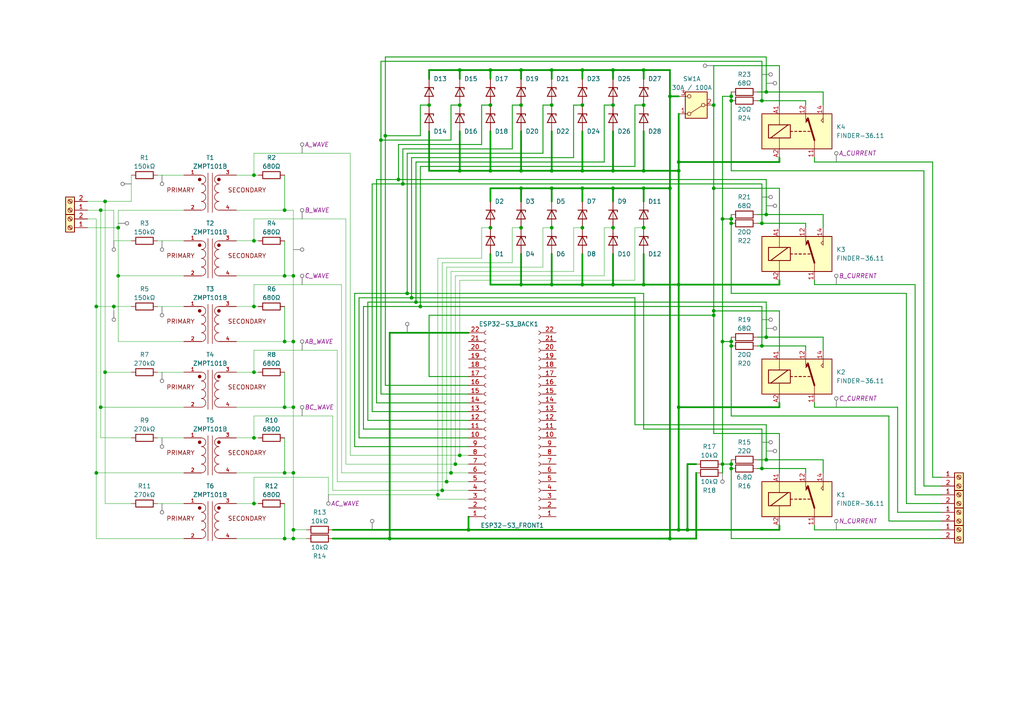
<source format=kicad_sch>
(kicad_sch (version 20230121) (generator eeschema)
  (paper "A4")
  (junction (at 207.01 54.61))
  (junction (at 212.09 135.89))
  (junction (at 212.09 100.33))
  (junction (at 130.81 137.16))
  (junction (at 222.25 62.23))
  (junction (at 133.35 30.48))
  (junction (at 209.55 99.06))
  (junction (at 177.8 30.48))
  (junction (at 132.08 134.62))
  (junction (at 142.24 30.48))
  (junction (at 34.29 66.04))
  (junction (at 142.24 66.04))
  (junction (at 222.25 133.35))
  (junction (at 29.21 118.11))
  (junction (at 209.55 63.5))
  (junction (at 73.66 107.95))
  (junction (at 168.91 30.48))
  (junction (at 177.8 49.53))
  (junction (at 82.55 99.06))
  (junction (at 168.91 66.04))
  (junction (at 128.27 142.24))
  (junction (at 186.69 82.55))
  (junction (at 133.35 49.53))
  (junction (at 82.55 118.11))
  (junction (at 160.02 20.32))
  (junction (at 186.69 30.48))
  (junction (at 151.13 30.48))
  (junction (at 199.39 153.67))
  (junction (at 186.69 20.32))
  (junction (at 186.69 66.04))
  (junction (at 151.13 54.61))
  (junction (at 177.8 82.55))
  (junction (at 212.09 64.77))
  (junction (at 212.09 99.06))
  (junction (at 116.84 53.34))
  (junction (at 85.09 118.11))
  (junction (at 177.8 20.32))
  (junction (at 133.35 20.32))
  (junction (at 207.01 91.44))
  (junction (at 194.31 156.21))
  (junction (at 220.98 29.21))
  (junction (at 85.09 137.16))
  (junction (at 212.09 27.94))
  (junction (at 110.49 40.64))
  (junction (at 85.09 80.01))
  (junction (at 168.91 54.61))
  (junction (at 212.09 134.62))
  (junction (at 151.13 20.32))
  (junction (at 151.13 49.53))
  (junction (at 196.85 49.53))
  (junction (at 27.94 88.9))
  (junction (at 85.09 156.21))
  (junction (at 33.02 88.9))
  (junction (at 29.21 60.96))
  (junction (at 151.13 66.04))
  (junction (at 85.09 99.06))
  (junction (at 196.85 46.99))
  (junction (at 82.55 80.01))
  (junction (at 212.09 63.5))
  (junction (at 135.89 153.67))
  (junction (at 222.25 26.67))
  (junction (at 220.98 64.77))
  (junction (at 177.8 66.04))
  (junction (at 124.46 30.48))
  (junction (at 220.98 100.33))
  (junction (at 160.02 30.48))
  (junction (at 207.01 90.17))
  (junction (at 160.02 54.61))
  (junction (at 194.31 27.94))
  (junction (at 222.25 97.79))
  (junction (at 73.66 88.9))
  (junction (at 73.66 146.05))
  (junction (at 73.66 50.8))
  (junction (at 73.66 127))
  (junction (at 168.91 82.55))
  (junction (at 82.55 137.16))
  (junction (at 121.92 88.9))
  (junction (at 186.69 49.53))
  (junction (at 111.76 39.37))
  (junction (at 142.24 20.32))
  (junction (at 160.02 66.04))
  (junction (at 120.65 87.63))
  (junction (at 27.94 137.16))
  (junction (at 113.03 156.21))
  (junction (at 119.38 86.36))
  (junction (at 212.09 29.21))
  (junction (at 118.11 85.09))
  (junction (at 186.69 54.61))
  (junction (at 34.29 80.01))
  (junction (at 177.8 54.61))
  (junction (at 196.85 82.55))
  (junction (at 168.91 20.32))
  (junction (at 129.54 139.7))
  (junction (at 30.48 58.42))
  (junction (at 30.48 107.95))
  (junction (at 115.57 52.07))
  (junction (at 85.09 153.67))
  (junction (at 82.55 60.96))
  (junction (at 160.02 82.55))
  (junction (at 82.55 156.21))
  (junction (at 160.02 49.53))
  (junction (at 127 143.51))
  (junction (at 196.85 153.67))
  (junction (at 209.55 134.62))
  (junction (at 196.85 118.11))
  (junction (at 133.35 132.08))
  (junction (at 151.13 82.55))
  (junction (at 168.91 49.53))
  (junction (at 220.98 135.89))
  (junction (at 207.01 30.48))
  (junction (at 194.31 54.61))
  (junction (at 73.66 69.85))
  (junction (at 142.24 49.53))
  (wire (pts (xy 68.58 146.05) (xy 73.66 146.05)) (stroke (width 0.1)))
  (wire (pts (xy 207.01 19.05) (xy 226.06 19.05)) (stroke (width 0.25)))
  (wire (pts (xy 186.69 85.09) (xy 118.11 85.09)) (stroke (width 0.25)))
  (wire (pts (xy 120.65 46.99) (xy 175.26 46.99)) (stroke (width 0.25)))
  (wire (pts (xy 238.76 97.79) (xy 222.25 97.79)) (stroke (width 0.25)))
  (wire (pts (xy 82.55 146.05) (xy 82.55 156.21)))
  (wire (pts (xy 212.09 85.09) (xy 262.89 85.09)) (stroke (width 0.25)))
  (wire (pts (xy 119.38 86.36) (xy 104.14 86.36)) (stroke (width 0.25)))
  (wire (pts (xy 68.58 156.21) (xy 82.55 156.21)) (stroke (width 0.1)))
  (wire (pts (xy 184.15 81.28) (xy 184.15 66.04)) (stroke (width 0.1)))
  (wire (pts (xy 212.09 134.62) (xy 212.09 135.89)) (stroke (width 0.25)))
  (wire (pts (xy 267.97 49.53) (xy 267.97 140.97)) (stroke (width 0.25)))
  (wire (pts (xy 34.29 99.06) (xy 53.34 99.06)) (stroke (width 0.1)))
  (wire (pts (xy 148.59 66.04) (xy 151.13 66.04)) (stroke (width 0.1)))
  (wire (pts (xy 220.98 135.89) (xy 219.71 135.89)) (stroke (width 0.25)))
  (wire (pts (xy 186.69 20.32) (xy 177.8 20.32)) (stroke (width 0.5)))
  (wire (pts (xy 73.66 63.5) (xy 100.33 63.5)) (stroke (width 0.1)))
  (wire (pts (xy 107.95 53.34) (xy 107.95 119.38)) (stroke (width 0.25)))
  (wire (pts (xy 29.21 60.96) (xy 29.21 118.11)) (stroke (width 0.1)))
  (wire (pts (xy 222.25 97.79) (xy 219.71 97.79)) (stroke (width 0.25)))
  (wire (pts (xy 139.7 66.04) (xy 142.24 66.04)) (stroke (width 0.1)))
  (wire (pts (xy 139.7 30.48) (xy 142.24 30.48)) (stroke (width 0.25)))
  (wire (pts (xy 85.09 118.11) (xy 82.55 118.11)) (stroke (width 0.1)))
  (wire (pts (xy 142.24 49.53) (xy 133.35 49.53)) (stroke (width 0.5)))
  (wire (pts (xy 168.91 54.61) (xy 168.91 58.42)) (stroke (width 0.5)))
  (wire (pts (xy 220.98 29.21) (xy 220.98 17.78)) (stroke (width 0.25)))
  (wire (pts (xy 209.55 134.62) (xy 209.55 137.16)))
  (wire (pts (xy 100.33 134.62) (xy 100.33 63.5)) (stroke (width 0.1)))
  (wire (pts (xy 34.29 60.96) (xy 34.29 66.04)) (stroke (width 0.1)))
  (wire (pts (xy 222.25 133.35) (xy 219.71 133.35)) (stroke (width 0.25)))
  (wire (pts (xy 128.27 142.24) (xy 96.52 142.24)) (stroke (width 0.1)))
  (wire (pts (xy 168.91 20.32) (xy 160.02 20.32)) (stroke (width 0.5)))
  (wire (pts (xy 151.13 38.1) (xy 151.13 49.53)) (stroke (width 0.5)))
  (wire (pts (xy 207.01 54.61) (xy 226.06 54.61)) (stroke (width 0.25)))
  (wire (pts (xy 68.58 127) (xy 73.66 127)) (stroke (width 0.1)))
  (wire (pts (xy 157.48 30.48) (xy 160.02 30.48)) (stroke (width 0.25)))
  (wire (pts (xy 177.8 82.55) (xy 177.8 73.66)) (stroke (width 0.5)))
  (wire (pts (xy 186.69 82.55) (xy 186.69 73.66)) (stroke (width 0.5)))
  (wire (pts (xy 207.01 30.48) (xy 207.01 54.61)) (stroke (width 0.25)))
  (wire (pts (xy 199.39 134.62) (xy 201.93 134.62)) (stroke (width 0.5)))
  (wire (pts (xy 127 144.78) (xy 135.89 144.78)) (stroke (width 0.1)))
  (wire (pts (xy 128.27 142.24) (xy 128.27 76.2)) (stroke (width 0.1)))
  (wire (pts (xy 260.35 148.59) (xy 273.05 148.59)) (stroke (width 0.25)))
  (wire (pts (xy 148.59 43.18) (xy 148.59 30.48)) (stroke (width 0.25)))
  (wire (pts (xy 142.24 20.32) (xy 142.24 22.86)) (stroke (width 0.5)))
  (wire (pts (xy 207.01 54.61) (xy 207.01 90.17)) (stroke (width 0.25)))
  (wire (pts (xy 127 74.93) (xy 139.7 74.93)) (stroke (width 0.1)))
  (wire (pts (xy 68.58 107.95) (xy 73.66 107.95)) (stroke (width 0.1)))
  (wire (pts (xy 135.89 137.16) (xy 130.81 137.16)) (stroke (width 0.1)))
  (wire (pts (xy 194.31 27.94) (xy 194.31 20.32)) (stroke (width 0.5)))
  (wire (pts (xy 33.02 69.85) (xy 38.1 69.85)) (stroke (width 0.1)))
  (wire (pts (xy 233.68 66.04) (xy 233.68 64.77)) (stroke (width 0.25)))
  (wire (pts (xy 132.08 80.01) (xy 175.26 80.01)) (stroke (width 0.1)))
  (wire (pts (xy 222.25 26.67) (xy 219.71 26.67)) (stroke (width 0.25)))
  (wire (pts (xy 119.38 86.36) (xy 119.38 45.72)) (stroke (width 0.25)))
  (wire (pts (xy 121.92 39.37) (xy 121.92 30.48)) (stroke (width 0.25)))
  (wire (pts (xy 95.25 138.43) (xy 95.25 143.51)) (stroke (width 0.1)))
  (wire (pts (xy 113.03 156.21) (xy 194.31 156.21)) (stroke (width 0.5)))
  (wire (pts (xy 96.52 153.67) (xy 135.89 153.67)) (stroke (width 0.5)))
  (wire (pts (xy 27.94 88.9) (xy 27.94 137.16)) (stroke (width 0.1)))
  (wire (pts (xy 82.55 137.16) (xy 68.58 137.16)) (stroke (width 0.1)))
  (wire (pts (xy 121.92 88.9) (xy 105.41 88.9)) (stroke (width 0.25)))
  (wire (pts (xy 102.87 129.54) (xy 135.89 129.54)) (stroke (width 0.25)))
  (wire (pts (xy 168.91 49.53) (xy 168.91 38.1)) (stroke (width 0.5)))
  (wire (pts (xy 196.85 82.55) (xy 226.06 82.55)) (stroke (width 0.5)))
  (wire (pts (xy 85.09 60.96) (xy 85.09 80.01)) (stroke (width 0.1)))
  (wire (pts (xy 118.11 85.09) (xy 118.11 44.45)) (stroke (width 0.25)))
  (wire (pts (xy 186.69 124.46) (xy 186.69 85.09)) (stroke (width 0.25)))
  (wire (pts (xy 73.66 138.43) (xy 73.66 146.05)) (stroke (width 0.1)))
  (wire (pts (xy 45.72 88.9) (xy 53.34 88.9)) (stroke (width 0.1)))
  (wire (pts (xy 120.65 87.63) (xy 106.68 87.63)) (stroke (width 0.25)))
  (wire (pts (xy 151.13 20.32) (xy 151.13 22.86)) (stroke (width 0.5)))
  (wire (pts (xy 111.76 111.76) (xy 135.89 111.76)) (stroke (width 0.25)))
  (wire (pts (xy 85.09 118.11) (xy 85.09 137.16)) (stroke (width 0.1)))
  (wire (pts (xy 121.92 88.9) (xy 121.92 48.26)) (stroke (width 0.25)))
  (wire (pts (xy 220.98 100.33) (xy 219.71 100.33)) (stroke (width 0.25)))
  (wire (pts (xy 30.48 58.42) (xy 38.1 58.42)) (stroke (width 0.1)))
  (wire (pts (xy 265.43 143.51) (xy 273.05 143.51)) (stroke (width 0.25)))
  (wire (pts (xy 45.72 107.95) (xy 53.34 107.95)) (stroke (width 0.1)))
  (wire (pts (xy 118.11 85.09) (xy 102.87 85.09)) (stroke (width 0.25)))
  (wire (pts (xy 82.55 80.01) (xy 68.58 80.01)) (stroke (width 0.1)))
  (wire (pts (xy 110.49 114.3) (xy 135.89 114.3)) (stroke (width 0.25)))
  (wire (pts (xy 207.01 90.17) (xy 207.01 91.44)) (stroke (width 0.25)))
  (wire (pts (xy 222.25 123.19) (xy 184.15 123.19)) (stroke (width 0.25)))
  (wire (pts (xy 88.9 153.67) (xy 85.09 153.67)) (stroke (width 0.1)))
  (wire (pts (xy 236.22 118.11) (xy 260.35 118.11)) (stroke (width 0.25)))
  (wire (pts (xy 212.09 62.23) (xy 212.09 63.5)) (stroke (width 0.25)))
  (wire (pts (xy 133.35 81.28) (xy 184.15 81.28)) (stroke (width 0.1)))
  (wire (pts (xy 209.55 137.16) (xy 209.55 134.62)) (stroke (width 0.25)))
  (wire (pts (xy 34.29 80.01) (xy 53.34 80.01)) (stroke (width 0.1)))
  (wire (pts (xy 151.13 49.53) (xy 142.24 49.53)) (stroke (width 0.5)))
  (wire (pts (xy 160.02 49.53) (xy 151.13 49.53)) (stroke (width 0.5)))
  (wire (pts (xy 184.15 123.19) (xy 184.15 86.36)) (stroke (width 0.25)))
  (wire (pts (xy 88.9 156.21) (xy 85.09 156.21)) (stroke (width 0.1)))
  (wire (pts (xy 212.09 100.33) (xy 212.09 99.06)))
  (wire (pts (xy 186.69 49.53) (xy 186.69 38.1)) (stroke (width 0.5)))
  (wire (pts (xy 186.69 54.61) (xy 186.69 58.42)) (stroke (width 0.5)))
  (wire (pts (xy 212.09 64.77) (xy 212.09 85.09)) (stroke (width 0.25)))
  (wire (pts (xy 116.84 53.34) (xy 116.84 43.18)) (stroke (width 0.25)))
  (wire (pts (xy 124.46 20.32) (xy 124.46 22.86)) (stroke (width 0.5)))
  (wire (pts (xy 82.55 60.96) (xy 68.58 60.96)) (stroke (width 0.1)))
  (wire (pts (xy 220.98 124.46) (xy 186.69 124.46)) (stroke (width 0.25)))
  (wire (pts (xy 128.27 76.2) (xy 148.59 76.2)) (stroke (width 0.1)))
  (wire (pts (xy 196.85 49.53) (xy 196.85 82.55)) (stroke (width 0.5)))
  (wire (pts (xy 73.66 44.45) (xy 101.6 44.45)) (stroke (width 0.1)))
  (wire (pts (xy 177.8 54.61) (xy 177.8 58.42)) (stroke (width 0.5)))
  (wire (pts (xy 265.43 82.55) (xy 265.43 143.51)) (stroke (width 0.25)))
  (wire (pts (xy 220.98 17.78) (xy 110.49 17.78)) (stroke (width 0.25)))
  (wire (pts (xy 30.48 107.95) (xy 30.48 146.05)) (stroke (width 0.1)))
  (wire (pts (xy 85.09 99.06) (xy 85.09 118.11)) (stroke (width 0.1)))
  (wire (pts (xy 73.66 63.5) (xy 73.66 69.85)) (stroke (width 0.1)))
  (wire (pts (xy 186.69 49.53) (xy 196.85 49.53)) (stroke (width 0.5)))
  (wire (pts (xy 132.08 134.62) (xy 100.33 134.62)) (stroke (width 0.1)))
  (wire (pts (xy 139.7 74.93) (xy 139.7 66.04)) (stroke (width 0.1)))
  (wire (pts (xy 142.24 38.1) (xy 142.24 49.53)) (stroke (width 0.5)))
  (wire (pts (xy 34.29 60.96) (xy 53.34 60.96)) (stroke (width 0.1)))
  (wire (pts (xy 130.81 40.64) (xy 130.81 30.48)) (stroke (width 0.25)))
  (wire (pts (xy 133.35 132.08) (xy 135.89 132.08)) (stroke (width 0.1)))
  (wire (pts (xy 73.66 101.6) (xy 97.79 101.6)) (stroke (width 0.1)))
  (wire (pts (xy 45.72 146.05) (xy 53.34 146.05)) (stroke (width 0.1)))
  (wire (pts (xy 106.68 121.92) (xy 135.89 121.92)) (stroke (width 0.25)))
  (wire (pts (xy 236.22 81.28) (xy 236.22 82.55)) (stroke (width 0.25)))
  (wire (pts (xy 160.02 54.61) (xy 160.02 58.42)) (stroke (width 0.5)))
  (wire (pts (xy 220.98 29.21) (xy 219.71 29.21)) (stroke (width 0.25)))
  (wire (pts (xy 168.91 54.61) (xy 177.8 54.61)) (stroke (width 0.5)))
  (wire (pts (xy 212.09 29.21) (xy 212.09 49.53)) (stroke (width 0.25)))
  (wire (pts (xy 129.54 77.47) (xy 157.48 77.47)) (stroke (width 0.1)))
  (wire (pts (xy 209.55 134.62) (xy 209.55 99.06)) (stroke (width 0.25)))
  (wire (pts (xy 262.89 85.09) (xy 262.89 146.05)) (stroke (width 0.25)))
  (wire (pts (xy 212.09 100.33) (xy 212.09 99.06)) (stroke (width 0.25)))
  (wire (pts (xy 73.66 44.45) (xy 73.66 50.8)) (stroke (width 0.1)))
  (wire (pts (xy 73.66 82.55) (xy 99.06 82.55)) (stroke (width 0.1)))
  (wire (pts (xy 33.02 90.17) (xy 33.02 88.9)) (stroke (width 0.1)))
  (wire (pts (xy 73.66 101.6) (xy 73.66 107.95)) (stroke (width 0.1)))
  (wire (pts (xy 166.37 78.74) (xy 166.37 66.04)) (stroke (width 0.1)))
  (wire (pts (xy 196.85 46.99) (xy 196.85 49.53)) (stroke (width 0.5)))
  (wire (pts (xy 212.09 100.33) (xy 212.09 120.65)) (stroke (width 0.25)))
  (wire (pts (xy 177.8 49.53) (xy 168.91 49.53)) (stroke (width 0.5)))
  (wire (pts (xy 82.55 88.9) (xy 82.55 99.06)))
  (wire (pts (xy 130.81 137.16) (xy 99.06 137.16)) (stroke (width 0.1)))
  (wire (pts (xy 238.76 133.35) (xy 222.25 133.35)) (stroke (width 0.25)))
  (wire (pts (xy 166.37 30.48) (xy 168.91 30.48)) (stroke (width 0.25)))
  (wire (pts (xy 209.55 99.06) (xy 212.09 99.06)) (stroke (width 0.25)))
  (wire (pts (xy 151.13 54.61) (xy 160.02 54.61)) (stroke (width 0.5)))
  (wire (pts (xy 209.55 134.62) (xy 212.09 134.62)) (stroke (width 0.25)))
  (wire (pts (xy 129.54 139.7) (xy 129.54 77.47)) (stroke (width 0.1)))
  (wire (pts (xy 130.81 78.74) (xy 166.37 78.74)) (stroke (width 0.1)))
  (wire (pts (xy 238.76 66.04) (xy 238.76 62.23)) (stroke (width 0.25)))
  (wire (pts (xy 212.09 49.53) (xy 267.97 49.53)) (stroke (width 0.25)))
  (wire (pts (xy 194.31 27.94) (xy 194.31 54.61)) (stroke (width 0.5)))
  (wire (pts (xy 236.22 45.72) (xy 236.22 46.99)) (stroke (width 0.25)))
  (wire (pts (xy 30.48 58.42) (xy 30.48 107.95)) (stroke (width 0.1)))
  (wire (pts (xy 105.41 124.46) (xy 135.89 124.46)) (stroke (width 0.25)))
  (wire (pts (xy 73.66 120.65) (xy 96.52 120.65)) (stroke (width 0.1)))
  (wire (pts (xy 196.85 153.67) (xy 196.85 118.11)) (stroke (width 0.5)))
  (wire (pts (xy 120.65 87.63) (xy 120.65 46.99)) (stroke (width 0.25)))
  (wire (pts (xy 226.06 19.05) (xy 226.06 30.48)) (stroke (width 0.25)))
  (wire (pts (xy 270.51 46.99) (xy 270.51 138.43)) (stroke (width 0.25)))
  (wire (pts (xy 132.08 134.62) (xy 132.08 80.01)) (stroke (width 0.1)))
  (wire (pts (xy 142.24 82.55) (xy 151.13 82.55)) (stroke (width 0.5)))
  (wire (pts (xy 236.22 153.67) (xy 273.05 153.67)) (stroke (width 0.25)))
  (wire (pts (xy 133.35 20.32) (xy 124.46 20.32)) (stroke (width 0.5)))
  (wire (pts (xy 85.09 80.01) (xy 82.55 80.01)) (stroke (width 0.1)))
  (wire (pts (xy 212.09 64.77) (xy 212.09 63.5)))
  (wire (pts (xy 177.8 38.1) (xy 177.8 49.53)) (stroke (width 0.5)))
  (wire (pts (xy 73.66 88.9) (xy 74.93 88.9)) (stroke (width 0.1)))
  (wire (pts (xy 226.06 82.55) (xy 226.06 81.28)) (stroke (width 0.5)))
  (wire (pts (xy 27.94 88.9) (xy 33.02 88.9)) (stroke (width 0.1)))
  (wire (pts (xy 27.94 156.21) (xy 53.34 156.21)) (stroke (width 0.1)))
  (wire (pts (xy 85.09 153.67) (xy 85.09 156.21)) (stroke (width 0.1)))
  (wire (pts (xy 209.55 63.5) (xy 209.55 27.94)) (stroke (width 0.25)))
  (wire (pts (xy 168.91 20.32) (xy 168.91 22.86)) (stroke (width 0.5)))
  (wire (pts (xy 25.4 60.96) (xy 29.21 60.96)) (stroke (width 0.1)))
  (wire (pts (xy 175.26 66.04) (xy 177.8 66.04)) (stroke (width 0.1)))
  (wire (pts (xy 157.48 44.45) (xy 157.48 30.48)) (stroke (width 0.25)))
  (wire (pts (xy 196.85 153.67) (xy 199.39 153.67)) (stroke (width 0.5)))
  (wire (pts (xy 105.41 88.9) (xy 105.41 124.46)) (stroke (width 0.25)))
  (wire (pts (xy 209.55 27.94) (xy 212.09 27.94)) (stroke (width 0.25)))
  (wire (pts (xy 127 143.51) (xy 127 144.78)) (stroke (width 0.1)))
  (wire (pts (xy 207.01 30.48) (xy 207.01 38.1)))
  (wire (pts (xy 196.85 82.55) (xy 186.69 82.55)) (stroke (width 0.5)))
  (wire (pts (xy 175.26 30.48) (xy 177.8 30.48)) (stroke (width 0.25)))
  (wire (pts (xy 133.35 49.53) (xy 133.35 38.1)) (stroke (width 0.5)))
  (wire (pts (xy 233.68 135.89) (xy 220.98 135.89)) (stroke (width 0.25)))
  (wire (pts (xy 184.15 86.36) (xy 119.38 86.36)) (stroke (width 0.25)))
  (wire (pts (xy 236.22 46.99) (xy 270.51 46.99)) (stroke (width 0.25)))
  (wire (pts (xy 85.09 60.96) (xy 82.55 60.96)) (stroke (width 0.1)))
  (wire (pts (xy 133.35 49.53) (xy 124.46 49.53)) (stroke (width 0.5)))
  (wire (pts (xy 212.09 135.89) (xy 212.09 134.62)))
  (wire (pts (xy 212.09 97.79) (xy 212.09 99.06)) (stroke (width 0.25)))
  (wire (pts (xy 116.84 43.18) (xy 148.59 43.18)) (stroke (width 0.25)))
  (wire (pts (xy 220.98 100.33) (xy 220.98 88.9)) (stroke (width 0.25)))
  (wire (pts (xy 220.98 64.77) (xy 219.71 64.77)) (stroke (width 0.25)))
  (wire (pts (xy 177.8 20.32) (xy 177.8 22.86)) (stroke (width 0.5)))
  (wire (pts (xy 157.48 66.04) (xy 160.02 66.04)) (stroke (width 0.1)))
  (wire (pts (xy 29.21 118.11) (xy 29.21 127)) (stroke (width 0.1)))
  (wire (pts (xy 220.98 53.34) (xy 116.84 53.34)) (stroke (width 0.25)))
  (wire (pts (xy 118.11 44.45) (xy 157.48 44.45)) (stroke (width 0.25)))
  (wire (pts (xy 184.15 30.48) (xy 186.69 30.48)) (stroke (width 0.25)))
  (wire (pts (xy 110.49 40.64) (xy 110.49 114.3)) (stroke (width 0.25)))
  (wire (pts (xy 129.54 139.7) (xy 97.79 139.7)) (stroke (width 0.1)))
  (wire (pts (xy 233.68 101.6) (xy 233.68 100.33)) (stroke (width 0.25)))
  (wire (pts (xy 96.52 156.21) (xy 113.03 156.21)) (stroke (width 0.5)))
  (wire (pts (xy 236.22 82.55) (xy 265.43 82.55)) (stroke (width 0.25)))
  (wire (pts (xy 222.25 52.07) (xy 222.25 62.23)) (stroke (width 0.25)))
  (wire (pts (xy 238.76 62.23) (xy 222.25 62.23)) (stroke (width 0.25)))
  (wire (pts (xy 212.09 156.21) (xy 273.05 156.21)) (stroke (width 0.25)))
  (wire (pts (xy 104.14 127) (xy 135.89 127)) (stroke (width 0.25)))
  (wire (pts (xy 186.69 54.61) (xy 194.31 54.61)) (stroke (width 0.5)))
  (wire (pts (xy 222.25 62.23) (xy 219.71 62.23)) (stroke (width 0.25)))
  (wire (pts (xy 104.14 86.36) (xy 104.14 127)) (stroke (width 0.25)))
  (wire (pts (xy 101.6 132.08) (xy 133.35 132.08)) (stroke (width 0.1)))
  (wire (pts (xy 222.25 87.63) (xy 120.65 87.63)) (stroke (width 0.25)))
  (wire (pts (xy 233.68 64.77) (xy 220.98 64.77)) (stroke (width 0.25)))
  (wire (pts (xy 220.98 88.9) (xy 121.92 88.9)) (stroke (width 0.25)))
  (wire (pts (xy 207.01 90.17) (xy 226.06 90.17)) (stroke (width 0.25)))
  (wire (pts (xy 30.48 146.05) (xy 38.1 146.05)) (stroke (width 0.1)))
  (wire (pts (xy 207.01 125.73) (xy 226.06 125.73)) (stroke (width 0.25)))
  (wire (pts (xy 85.09 99.06) (xy 82.55 99.06)) (stroke (width 0.1)))
  (wire (pts (xy 207.01 91.44) (xy 207.01 125.73)) (stroke (width 0.25)))
  (wire (pts (xy 226.06 125.73) (xy 226.06 137.16)) (stroke (width 0.25)))
  (wire (pts (xy 107.95 119.38) (xy 135.89 119.38)) (stroke (width 0.25)))
  (wire (pts (xy 82.55 99.06) (xy 68.58 99.06)) (stroke (width 0.1)))
  (wire (pts (xy 151.13 54.61) (xy 151.13 58.42)) (stroke (width 0.5)))
  (wire (pts (xy 212.09 133.35) (xy 212.09 134.62)) (stroke (width 0.25)))
  (wire (pts (xy 68.58 88.9) (xy 73.66 88.9)) (stroke (width 0.1)))
  (wire (pts (xy 238.76 137.16) (xy 238.76 133.35)) (stroke (width 0.25)))
  (wire (pts (xy 139.7 41.91) (xy 139.7 30.48)) (stroke (width 0.25)))
  (wire (pts (xy 73.66 127) (xy 74.93 127)) (stroke (width 0.1)))
  (wire (pts (xy 220.98 135.89) (xy 220.98 124.46)) (stroke (width 0.25)))
  (wire (pts (xy 127 143.51) (xy 127 74.93)) (stroke (width 0.1)))
  (wire (pts (xy 113.03 96.52) (xy 113.03 156.21)) (stroke (width 0.5)))
  (wire (pts (xy 115.57 52.07) (xy 109.22 52.07)) (stroke (width 0.25)))
  (wire (pts (xy 196.85 118.11) (xy 226.06 118.11)) (stroke (width 0.5)))
  (wire (pts (xy 85.09 80.01) (xy 85.09 99.06)) (stroke (width 0.1)))
  (wire (pts (xy 222.25 26.67) (xy 222.25 16.51)) (stroke (width 0.25)))
  (wire (pts (xy 238.76 101.6) (xy 238.76 97.79)) (stroke (width 0.25)))
  (wire (pts (xy 109.22 52.07) (xy 109.22 116.84)) (stroke (width 0.25)))
  (wire (pts (xy 82.55 69.85) (xy 82.55 80.01)))
  (wire (pts (xy 233.68 29.21) (xy 220.98 29.21)) (stroke (width 0.25)))
  (wire (pts (xy 111.76 39.37) (xy 111.76 111.76)) (stroke (width 0.25)))
  (wire (pts (xy 236.22 153.67) (xy 236.22 152.4)) (stroke (width 0.25)))
  (wire (pts (xy 160.02 38.1) (xy 160.02 49.53)) (stroke (width 0.5)))
  (wire (pts (xy 142.24 54.61) (xy 151.13 54.61)) (stroke (width 0.5)))
  (wire (pts (xy 29.21 60.96) (xy 33.02 60.96)) (stroke (width 0.1)))
  (wire (pts (xy 267.97 140.97) (xy 273.05 140.97)) (stroke (width 0.25)))
  (wire (pts (xy 194.31 20.32) (xy 186.69 20.32)) (stroke (width 0.5)))
  (wire (pts (xy 95.25 143.51) (xy 127 143.51)) (stroke (width 0.1)))
  (wire (pts (xy 207.01 19.05) (xy 207.01 30.48)) (stroke (width 0.25)))
  (wire (pts (xy 160.02 82.55) (xy 168.91 82.55)) (stroke (width 0.5)))
  (wire (pts (xy 260.35 118.11) (xy 260.35 148.59)) (stroke (width 0.25)))
  (wire (pts (xy 111.76 16.51) (xy 111.76 39.37)) (stroke (width 0.25)))
  (wire (pts (xy 135.89 149.86) (xy 135.89 153.67)) (stroke (width 0.5)))
  (wire (pts (xy 212.09 135.89) (xy 212.09 156.21)) (stroke (width 0.25)))
  (wire (pts (xy 142.24 54.61) (xy 142.24 58.42)) (stroke (width 0.5)))
  (wire (pts (xy 222.25 133.35) (xy 222.25 123.19)) (stroke (width 0.25)))
  (wire (pts (xy 45.72 69.85) (xy 53.34 69.85)) (stroke (width 0.1)))
  (wire (pts (xy 27.94 88.9) (xy 27.94 63.5)) (stroke (width 0.1)))
  (wire (pts (xy 115.57 52.07) (xy 115.57 41.91)) (stroke (width 0.25)))
  (wire (pts (xy 130.81 30.48) (xy 133.35 30.48)) (stroke (width 0.25)))
  (wire (pts (xy 233.68 30.48) (xy 233.68 29.21)) (stroke (width 0.25)))
  (wire (pts (xy 222.25 52.07) (xy 115.57 52.07)) (stroke (width 0.25)))
  (wire (pts (xy 212.09 26.67) (xy 212.09 27.94)) (stroke (width 0.25)))
  (wire (pts (xy 151.13 82.55) (xy 160.02 82.55)) (stroke (width 0.5)))
  (wire (pts (xy 135.89 139.7) (xy 129.54 139.7)) (stroke (width 0.1)))
  (wire (pts (xy 25.4 66.04) (xy 34.29 66.04)) (stroke (width 0.1)))
  (wire (pts (xy 212.09 63.5) (xy 212.09 64.77)) (stroke (width 0.25)))
  (wire (pts (xy 82.55 156.21) (xy 85.09 156.21)) (stroke (width 0.1)))
  (wire (pts (xy 196.85 46.99) (xy 226.06 46.99)) (stroke (width 0.5)))
  (wire (pts (xy 194.31 54.61) (xy 194.31 156.21)) (stroke (width 0.5)))
  (wire (pts (xy 25.4 58.42) (xy 30.48 58.42)) (stroke (width 0.1)))
  (wire (pts (xy 29.21 118.11) (xy 53.34 118.11)) (stroke (width 0.1)))
  (wire (pts (xy 222.25 97.79) (xy 222.25 87.63)) (stroke (width 0.25)))
  (wire (pts (xy 148.59 76.2) (xy 148.59 66.04)) (stroke (width 0.1)))
  (wire (pts (xy 168.91 82.55) (xy 177.8 82.55)) (stroke (width 0.5)))
  (wire (pts (xy 133.35 132.08) (xy 133.35 81.28)) (stroke (width 0.1)))
  (wire (pts (xy 196.85 82.55) (xy 196.85 118.11)) (stroke (width 0.5)))
  (wire (pts (xy 177.8 20.32) (xy 168.91 20.32)) (stroke (width 0.5)))
  (wire (pts (xy 111.76 39.37) (xy 121.92 39.37)) (stroke (width 0.25)))
  (wire (pts (xy 186.69 20.32) (xy 186.69 22.86)) (stroke (width 0.5)))
  (wire (pts (xy 97.79 139.7) (xy 97.79 101.6)) (stroke (width 0.1)))
  (wire (pts (xy 119.38 45.72) (xy 166.37 45.72)) (stroke (width 0.25)))
  (wire (pts (xy 73.66 82.55) (xy 73.66 88.9)) (stroke (width 0.1)))
  (wire (pts (xy 160.02 82.55) (xy 160.02 73.66)) (stroke (width 0.5)))
  (wire (pts (xy 29.21 127) (xy 38.1 127)) (stroke (width 0.1)))
  (wire (pts (xy 233.68 137.16) (xy 233.68 135.89)) (stroke (width 0.25)))
  (wire (pts (xy 82.55 118.11) (xy 68.58 118.11)) (stroke (width 0.1)))
  (wire (pts (xy 168.91 49.53) (xy 160.02 49.53)) (stroke (width 0.5)))
  (wire (pts (xy 68.58 69.85) (xy 73.66 69.85)) (stroke (width 0.1)))
  (wire (pts (xy 124.46 91.44) (xy 124.46 109.22)) (stroke (width 0.25)))
  (wire (pts (xy 270.51 138.43) (xy 273.05 138.43)) (stroke (width 0.25)))
  (wire (pts (xy 133.35 20.32) (xy 133.35 22.86)) (stroke (width 0.5)))
  (wire (pts (xy 226.06 118.11) (xy 226.06 116.84)) (stroke (width 0.5)))
  (wire (pts (xy 148.59 30.48) (xy 151.13 30.48)) (stroke (width 0.25)))
  (wire (pts (xy 142.24 20.32) (xy 133.35 20.32)) (stroke (width 0.5)))
  (wire (pts (xy 121.92 30.48) (xy 124.46 30.48)) (stroke (width 0.25)))
  (wire (pts (xy 226.06 90.17) (xy 226.06 101.6)) (stroke (width 0.25)))
  (wire (pts (xy 142.24 82.55) (xy 142.24 73.66)) (stroke (width 0.5)))
  (wire (pts (xy 99.06 137.16) (xy 99.06 82.55)) (stroke (width 0.1)))
  (wire (pts (xy 85.09 137.16) (xy 82.55 137.16)) (stroke (width 0.1)))
  (wire (pts (xy 85.09 137.16) (xy 85.09 153.67)) (stroke (width 0.1)))
  (wire (pts (xy 177.8 82.55) (xy 186.69 82.55)) (stroke (width 0.5)))
  (wire (pts (xy 233.68 100.33) (xy 220.98 100.33)) (stroke (width 0.25)))
  (wire (pts (xy 73.66 120.65) (xy 73.66 127)) (stroke (width 0.1)))
  (wire (pts (xy 209.55 63.5) (xy 209.55 99.06)) (stroke (width 0.25)))
  (wire (pts (xy 68.58 50.8) (xy 73.66 50.8)) (stroke (width 0.1)))
  (wire (pts (xy 199.39 134.62) (xy 199.39 153.67)) (stroke (width 0.5)))
  (wire (pts (xy 45.72 50.8) (xy 53.34 50.8)) (stroke (width 0.1)))
  (wire (pts (xy 186.69 49.53) (xy 177.8 49.53)) (stroke (width 0.5)))
  (wire (pts (xy 262.89 146.05) (xy 273.05 146.05)) (stroke (width 0.25)))
  (wire (pts (xy 238.76 26.67) (xy 222.25 26.67)) (stroke (width 0.25)))
  (wire (pts (xy 73.66 146.05) (xy 74.93 146.05)) (stroke (width 0.1)))
  (wire (pts (xy 209.55 63.5) (xy 212.09 63.5)) (stroke (width 0.25)))
  (wire (pts (xy 102.87 85.09) (xy 102.87 129.54)) (stroke (width 0.25)))
  (wire (pts (xy 130.81 137.16) (xy 130.81 78.74)) (stroke (width 0.1)))
  (wire (pts (xy 184.15 48.26) (xy 184.15 30.48)) (stroke (width 0.25)))
  (wire (pts (xy 135.89 153.67) (xy 196.85 153.67)) (stroke (width 0.5)))
  (wire (pts (xy 226.06 46.99) (xy 226.06 45.72)) (stroke (width 0.5)))
  (wire (pts (xy 27.94 63.5) (xy 25.4 63.5)) (stroke (width 0.1)))
  (wire (pts (xy 95.25 138.43) (xy 73.66 138.43)) (stroke (width 0.1)))
  (wire (pts (xy 135.89 134.62) (xy 132.08 134.62)) (stroke (width 0.1)))
  (wire (pts (xy 73.66 107.95) (xy 74.93 107.95)) (stroke (width 0.1)))
  (wire (pts (xy 212.09 120.65) (xy 257.81 120.65)) (stroke (width 0.25)))
  (wire (pts (xy 45.72 127) (xy 53.34 127)) (stroke (width 0.1)))
  (wire (pts (xy 73.66 50.8) (xy 74.93 50.8)) (stroke (width 0.1)))
  (wire (pts (xy 135.89 142.24) (xy 128.27 142.24)) (stroke (width 0.1)))
  (wire (pts (xy 124.46 109.22) (xy 135.89 109.22)) (stroke (width 0.25)))
  (wire (pts (xy 238.76 30.48) (xy 238.76 26.67)) (stroke (width 0.25)))
  (wire (pts (xy 212.09 29.21) (xy 212.09 27.94)))
  (wire (pts (xy 201.93 137.16) (xy 201.93 156.21)) (stroke (width 0.5)))
  (wire (pts (xy 27.94 137.16) (xy 27.94 156.21)) (stroke (width 0.1)))
  (wire (pts (xy 226.06 153.67) (xy 226.06 152.4)) (stroke (width 0.5)))
  (wire (pts (xy 34.29 66.04) (xy 34.29 80.01)) (stroke (width 0.1)))
  (wire (pts (xy 212.09 27.94) (xy 212.09 29.21)) (stroke (width 0.25)))
  (wire (pts (xy 27.94 137.16) (xy 53.34 137.16)) (stroke (width 0.1)))
  (wire (pts (xy 115.57 41.91) (xy 139.7 41.91)) (stroke (width 0.25)))
  (wire (pts (xy 220.98 53.34) (xy 220.98 64.77)) (stroke (width 0.25)))
  (wire (pts (xy 157.48 77.47) (xy 157.48 66.04)) (stroke (width 0.1)))
  (wire (pts (xy 82.55 50.8) (xy 82.55 60.96)))
  (wire (pts (xy 73.66 69.85) (xy 74.93 69.85)) (stroke (width 0.1)))
  (wire (pts (xy 110.49 17.78) (xy 110.49 40.64)) (stroke (width 0.25)))
  (wire (pts (xy 33.02 88.9) (xy 38.1 88.9)) (stroke (width 0.1)))
  (wire (pts (xy 166.37 66.04) (xy 168.91 66.04)) (stroke (width 0.1)))
  (wire (pts (xy 166.37 45.72) (xy 166.37 30.48)) (stroke (width 0.25)))
  (wire (pts (xy 33.02 60.96) (xy 33.02 69.85)) (stroke (width 0.1)))
  (wire (pts (xy 121.92 48.26) (xy 184.15 48.26)) (stroke (width 0.25)))
  (wire (pts (xy 116.84 53.34) (xy 107.95 53.34)) (stroke (width 0.25)))
  (wire (pts (xy 222.25 16.51) (xy 111.76 16.51)) (stroke (width 0.25)))
  (wire (pts (xy 175.26 80.01) (xy 175.26 66.04)) (stroke (width 0.1)))
  (wire (pts (xy 38.1 58.42) (xy 38.1 50.8)) (stroke (width 0.1)))
  (wire (pts (xy 175.26 46.99) (xy 175.26 30.48)) (stroke (width 0.25)))
  (wire (pts (xy 113.03 96.52) (xy 135.89 96.52)) (stroke (width 0.5)))
  (wire (pts (xy 199.39 153.67) (xy 226.06 153.67)) (stroke (width 0.5)))
  (wire (pts (xy 194.31 27.94) (xy 196.85 27.94)) (stroke (width 0.5)))
  (wire (pts (xy 160.02 20.32) (xy 151.13 20.32)) (stroke (width 0.5)))
  (wire (pts (xy 168.91 82.55) (xy 168.91 73.66)) (stroke (width 0.5)))
  (wire (pts (xy 124.46 38.1) (xy 124.46 49.53)) (stroke (width 0.5)))
  (wire (pts (xy 207.01 91.44) (xy 124.46 91.44)) (stroke (width 0.25)))
  (wire (pts (xy 151.13 20.32) (xy 142.24 20.32)) (stroke (width 0.5)))
  (wire (pts (xy 82.55 127) (xy 82.55 137.16)))
  (wire (pts (xy 194.31 156.21) (xy 201.93 156.21)) (stroke (width 0.5)))
  (wire (pts (xy 110.49 40.64) (xy 130.81 40.64)) (stroke (width 0.25)))
  (wire (pts (xy 236.22 116.84) (xy 236.22 118.11)) (stroke (width 0.25)))
  (wire (pts (xy 226.06 54.61) (xy 226.06 66.04)) (stroke (width 0.25)))
  (wire (pts (xy 160.02 54.61) (xy 168.91 54.61)) (stroke (width 0.5)))
  (wire (pts (xy 257.81 120.65) (xy 257.81 151.13)) (stroke (width 0.25)))
  (wire (pts (xy 82.55 107.95) (xy 82.55 118.11)))
  (wire (pts (xy 196.85 33.02) (xy 196.85 46.99)) (stroke (width 0.5)))
  (wire (pts (xy 160.02 20.32) (xy 160.02 22.86)) (stroke (width 0.5)))
  (wire (pts (xy 109.22 116.84) (xy 135.89 116.84)) (stroke (width 0.25)))
  (wire (pts (xy 177.8 54.61) (xy 186.69 54.61)) (stroke (width 0.5)))
  (wire (pts (xy 101.6 44.45) (xy 101.6 132.08)) (stroke (width 0.1)))
  (wire (pts (xy 151.13 82.55) (xy 151.13 73.66)) (stroke (width 0.5)))
  (wire (pts (xy 34.29 99.06) (xy 34.29 80.01)) (stroke (width 0.1)))
  (wire (pts (xy 30.48 107.95) (xy 38.1 107.95)) (stroke (width 0.1)))
  (wire (pts (xy 184.15 66.04) (xy 186.69 66.04)) (stroke (width 0.1)))
  (wire (pts (xy 257.81 151.13) (xy 273.05 151.13)) (stroke (width 0.25)))
  (wire (pts (xy 96.52 142.24) (xy 96.52 120.65)) (stroke (width 0.1)))
  (wire (pts (xy 106.68 87.63) (xy 106.68 121.92)) (stroke (width 0.25)))
  (netclass_flag "" (length 2.54) (shape round) (at 242.57 46.99 0) (property "Netclass" "A_CURRENT" (at 243.2685 44.45 0) (effects (font italic) (justify left))))
  (netclass_flag "" (length 2.54) (shape round) (at 46.99 146.05 180) (property "Netclass" "T6_IN" (effects hide)))
  (netclass_flag "" (length 2.54) (shape round) (at 222.25 130.81 270) (property "Netclass" "N_CURRENT_150A" (effects hide)))
  (netclass_flag "" (length 2.54) (shape round) (at 87.63 44.45 0) (property "Netclass" "A_WAVE" (at 88.3285 41.91 0) (effects (font italic) (justify left))))
  (netclass_flag "" (length 2.54) (shape round) (at 46.99 50.8 180) (property "Netclass" "T1_LINE_IN" (effects hide)))
  (netclass_flag "" (length 2.54) (shape round) (at 107.95 153.67 0) (property "Netclass" "GND" (effects hide)))
  (netclass_flag "" (length 2.54) (shape round) (at 207.01 19.05 90) (property "Netclass" "SELECT_CURRENT_LIMIT" (effects hide)))
  (netclass_flag "" (length 2.54) (shape round) (at 33.02 90.17 180) (property "Netclass" "C_LINE" (effects hide)))
  (netclass_flag "" (length 2.54) (shape round) (at 87.63 101.6 0) (property "Netclass" "AB_WAVE" (at 88.3285 99.06 0) (effects (font italic) (justify left))))
  (netclass_flag "" (length 2.54) (shape round) (at 46.99 88.9 180) (property "Netclass" "T3_LINE_IN" (effects hide)))
  (netclass_flag "" (length 2.54) (shape round) (at 220.98 57.15 270) (property "Netclass" "B_CURRENT_200A" (effects hide)))
  (netclass_flag "" (length 2.54) (shape round) (at 209.55 137.16 180) (property "Netclass" "V_REF_C" (effects hide)))
  (netclass_flag "" (length 2.54) (shape round) (at 220.98 92.71 270) (property "Netclass" "C_CURRENT_200A" (effects hide)))
  (netclass_flag "" (length 2.54) (shape round) (at 87.63 63.5 0) (property "Netclass" "B_WAVE" (at 88.3285 60.96 0) (effects (font italic) (justify left))))
  (netclass_flag "" (length 2.54) (shape round) (at 87.63 82.55 0) (property "Netclass" "C_WAVE" (at 88.3285 80.01 0) (effects (font italic) (justify left))))
  (netclass_flag "" (length 2.54) (shape round) (at 38.1 53.34 90) (property "Netclass" "A_LINE" (effects hide)))
  (netclass_flag "" (length 2.54) (shape round) (at 222.25 24.13 270) (property "Netclass" "A_CURRENT_50A" (effects hide)))
  (netclass_flag "" (length 2.54) (shape round) (at 46.99 127 180) (property "Netclass" "T5_IN" (effects hide)))
  (netclass_flag "" (length 2.54) (shape round) (at 46.99 69.85 180) (property "Netclass" "T2_LINE_IN" (effects hide)))
  (netclass_flag "" (length 2.54) (shape round) (at 220.98 21.59 270) (property "Netclass" "A_CURRENT_200A" (effects hide)))
  (netclass_flag "" (length 2.54) (shape round) (at 222.25 59.69 270) (property "Netclass" "B_CURRENT_50A" (effects hide)))
  (netclass_flag "" (length 2.54) (shape round) (at 242.57 118.11 0) (property "Netclass" "C_CURRENT" (at 243.2685 115.57 0) (effects (font italic) (justify left))))
  (netclass_flag "" (length 2.54) (shape round) (at 46.99 107.95 180) (property "Netclass" "T4_IN" (effects hide)))
  (netclass_flag "" (length 2.54) (shape round) (at 222.25 95.25 270) (property "Netclass" "C_CURRENT_50A" (effects hide)))
  (netclass_flag "" (length 2.54) (shape round) (at 85.09 72.39 270) (property "Netclass" "V_REF_V" (effects hide)))
  (netclass_flag "" (length 2.54) (shape round) (at 242.57 82.55 0) (property "Netclass" "B_CURRENT" (at 243.2685 80.01 0) (effects (font italic) (justify left))))
  (netclass_flag "" (length 2.54) (shape round) (at 242.57 153.67 0) (property "Netclass" "N_CURRENT" (at 243.2685 151.13 0) (effects (font italic) (justify left))))
  (netclass_flag "" (length 2.54) (shape round) (at 220.98 128.27 270) (property "Netclass" "N_CURRENT_600A" (effects hide)))
  (netclass_flag "" (length 2.54) (shape round) (at 87.63 120.65 0) (property "Netclass" "BC_WAVE" (at 88.3285 118.11 0) (effects (font italic) (justify left))))
  (netclass_flag "" (length 2.54) (shape round) (at 34.29 64.77 270) (property "Netclass" "NEUTRAL" (effects hide)))
  (netclass_flag "" (length 2.54) (shape round) (at 33.02 69.85 180) (property "Netclass" "B_LINE" (effects hide)))
  (netclass_flag "" (length 2.54) (shape round) (at 118.11 96.52 0) (property "Netclass" "VCC" (effects hide)))
  (netclass_flag "" (length 2.54) (shape round) (at 95.25 143.51 180) (property "Netclass" "AC_WAVE" (at 95.9485 146.05 0) (effects (font italic) (justify left))))
  (symbol (lib_id "Relay:FINDER-36.11") (at 231.14 38.1 0) (unit 1)
    (property "Reference" "K4" (at 242.57 36.83 0) (effects (justify left)))
    (property "Value" "FINDER-36.11" (at 242.57 39.37 0) (effects (justify left)))
    (property "Footprint" "Relay_THT:Relay_SPDT_Finder_36.11" (effects hide))
    (property "Datasheet" "https://gfinder.findernet.com/public/attachments/36/EN/S36EN.pdf" (effects hide))
  )
  (symbol (lib_id "Device:R") (at 215.9 29.21 270) (unit 1)
    (property "Reference" "R24" (at 215.9 34.29 90))
    (property "Value" "20Ω" (at 215.9 31.75 90))
    (property "Footprint" "Resistor_THT:R_Axial_DIN0207_L6.3mm_D2.5mm_P10.16mm_Horizontal" (effects hide))
  )
  (symbol (lib_id "Device:R") (at 78.74 50.8 90) (unit 1)
    (property "Reference" "R2" (at 78.74 45.72 90))
    (property "Value" "680Ω" (at 78.74 48.26 90))
    (property "Footprint" "Resistor_THT:R_Axial_DIN0207_L6.3mm_D2.5mm_P10.16mm_Horizontal" (effects hide))
  )
  (symbol (lib_id "ZMPT101B:ZMPT101B") (at 60.96 55.88 0) (unit 1)
    (property "Reference" "T1" (at 60.96 45.72 0))
    (property "Value" "ZMPT101B" (at 60.96 48.26 0))
    (property "Footprint" "SnapEDA Library:XFMR_ZMPT101B" (effects hide))
    (property "PARTREV" "NA" (effects hide))
    (property "STANDARD" "Manufacturer Recommendations" (effects hide))
    (property "MAXIMUM_PACKAGE_HEIGHT" "18.8mm" (effects hide))
    (property "MANUFACTURER" "Qingxian Zeming Langxi Electronic" (effects hide))
  )
  (symbol (lib_id "Device:D_Zener") (at 186.69 26.67 270) (unit 1)
    (property "Reference" "D27" (at 187.96 22.86 90) (effects (justify left)))
    (property "Value" "3.3v" (effects hide))
    (property "Footprint" "Diode_THT:D_DO-34_SOD68_P7.62mm_Horizontal" (effects hide))
  )
  (symbol (lib_id "Device:D_Zener") (at 177.8 69.85 270) (unit 1)
    (property "Reference" "D10" (at 179.07 73.66 90) (effects (justify left)))
    (property "Value" "3.3v" (effects hide))
    (property "Footprint" "Diode_THT:D_DO-34_SOD68_P7.62mm_Horizontal" (effects hide))
  )
  (symbol (lib_id "Device:D_Zener") (at 177.8 26.67 270) (unit 1)
    (property "Reference" "D25" (at 179.07 22.86 90) (effects (justify left)))
    (property "Value" "3.3v" (effects hide))
    (property "Footprint" "Diode_THT:D_DO-34_SOD68_P7.62mm_Horizontal" (effects hide))
  )
  (symbol (lib_id "Device:D_Zener") (at 151.13 34.29 270) (unit 1)
    (property "Reference" "D20" (at 152.4 38.1 90) (effects (justify left)))
    (property "Value" "3.3v" (effects hide))
    (property "Footprint" "Diode_THT:D_DO-34_SOD68_P7.62mm_Horizontal" (effects hide))
  )
  (symbol (lib_id "Device:D_Zener") (at 168.91 34.29 270) (unit 1)
    (property "Reference" "D24" (at 170.18 38.1 90) (effects (justify left)))
    (property "Value" "3.3v" (effects hide))
    (property "Footprint" "Diode_THT:D_DO-34_SOD68_P7.62mm_Horizontal" (effects hide))
  )
  (symbol (lib_id "Device:R") (at 205.74 137.16 270) (unit 1)
    (property "Reference" "R18" (at 205.74 142.24 90))
    (property "Value" "10kΩ" (at 205.74 139.7 90))
    (property "Footprint" "Resistor_THT:R_Axial_DIN0207_L6.3mm_D2.5mm_P10.16mm_Horizontal" (effects hide))
  )
  (symbol (lib_id "Connector:Screw_Terminal_01x02") (at 278.13 143.51 0) (unit 1)
    (property "Reference" "J4" (effects hide))
    (property "Value" "Screw_Terminal_01x02" (effects hide))
    (property "Footprint" "TerminalBlock:TerminalBlock_bornier-2_P5.08mm" (effects hide))
  )
  (symbol (lib_id "Connector:Screw_Terminal_01x02") (at 278.13 153.67 0) (unit 1)
    (property "Reference" "J6" (effects hide))
    (property "Value" "Screw_Terminal_01x02" (effects hide))
    (property "Footprint" "TerminalBlock:TerminalBlock_bornier-2_P5.08mm" (effects hide))
  )
  (symbol (lib_id "Device:R") (at 215.9 135.89 270) (unit 1)
    (property "Reference" "R16" (at 215.9 140.97 90))
    (property "Value" "6.8Ω" (at 215.9 138.43 90))
    (property "Footprint" "Resistor_THT:R_Axial_DIN0207_L6.3mm_D2.5mm_P10.16mm_Horizontal" (effects hide))
  )
  (symbol (lib_id "Device:D_Zener") (at 168.91 69.85 270) (unit 1)
    (property "Reference" "D8" (at 170.18 73.66 90) (effects (justify left)))
    (property "Value" "3.3v" (effects hide))
    (property "Footprint" "Diode_THT:D_DO-34_SOD68_P7.62mm_Horizontal" (effects hide))
  )
  (symbol (lib_id "Device:D_Zener") (at 142.24 34.29 270) (unit 1)
    (property "Reference" "D18" (at 143.51 38.1 90) (effects (justify left)))
    (property "Value" "3.3v" (effects hide))
    (property "Footprint" "Diode_THT:D_DO-34_SOD68_P7.62mm_Horizontal" (effects hide))
  )
  (symbol (lib_id "Device:R") (at 78.74 146.05 90) (unit 1)
    (property "Reference" "R12" (at 78.74 140.97 90))
    (property "Value" "680Ω" (at 78.74 143.51 90))
    (property "Footprint" "Resistor_THT:R_Axial_DIN0207_L6.3mm_D2.5mm_P10.16mm_Horizontal" (effects hide))
  )
  (symbol (lib_id "Switch:SW_DPDT_x2") (at 201.93 30.48 180) (unit 1)
    (property "Reference" "SW1" (at 200.66 22.86 0))
    (property "Value" "30A / 100A" (at 200.66 25.4 0))
    (property "Footprint" "Connector_PinSocket_2.54mm:PinSocket_1x03_P2.54mm_Vertical" (effects hide))
  )
  (symbol (lib_id "Device:D_Zener") (at 186.69 34.29 270) (unit 1)
    (property "Reference" "D28" (at 187.96 38.1 90) (effects (justify left)))
    (property "Value" "3.3v" (effects hide))
    (property "Footprint" "Diode_THT:D_DO-34_SOD68_P7.62mm_Horizontal" (effects hide))
  )
  (symbol (lib_id "Device:R") (at 41.91 69.85 90) (unit 1)
    (property "Reference" "R3" (at 41.91 64.77 90))
    (property "Value" "150kΩ" (at 41.91 67.31 90))
    (property "Footprint" "Resistor_THT:R_Axial_DIN0207_L6.3mm_D2.5mm_P10.16mm_Horizontal" (effects hide))
  )
  (symbol (lib_id "Device:R") (at 41.91 127 90) (unit 1)
    (property "Reference" "R9" (at 41.91 121.92 90))
    (property "Value" "270kΩ" (at 41.91 124.46 90))
    (property "Footprint" "Resistor_THT:R_Axial_DIN0207_L6.3mm_D2.5mm_P10.16mm_Horizontal" (effects hide))
  )
  (symbol (lib_id "Relay:FINDER-36.11") (at 231.14 109.22 0) (unit 1)
    (property "Reference" "K2" (at 242.57 107.95 0) (effects (justify left)))
    (property "Value" "FINDER-36.11" (at 242.57 110.49 0) (effects (justify left)))
    (property "Footprint" "Relay_THT:Relay_SPDT_Finder_36.11" (effects hide))
    (property "Datasheet" "https://gfinder.findernet.com/public/attachments/36/EN/S36EN.pdf" (effects hide))
  )
  (symbol (lib_id "Device:D_Zener") (at 142.24 62.23 270) (unit 1)
    (property "Reference" "D2" (at 143.51 58.42 90) (effects (justify left)))
    (property "Value" "3.3v" (effects hide))
    (property "Footprint" "Diode_THT:D_DO-34_SOD68_P7.62mm_Horizontal" (effects hide))
  )
  (symbol (lib_id "Connector:Conn_01x22_Socket") (at 140.97 124.46 0) (mirror x) (unit 1)
    (property "Reference" "ESP32-S3_FRONT1" (at 148.59 152.4 0))
    (property "Value" "Conn_01x22_Socket" (effects hide))
    (property "Footprint" "Connector_PinSocket_2.54mm:PinSocket_1x22_P2.54mm_Vertical" (effects hide))
  )
  (symbol (lib_id "Device:D_Zener") (at 151.13 26.67 270) (unit 1)
    (property "Reference" "D19" (at 152.4 22.86 90) (effects (justify left)))
    (property "Value" "3.3v" (effects hide))
    (property "Footprint" "Diode_THT:D_DO-34_SOD68_P7.62mm_Horizontal" (effects hide))
  )
  (symbol (lib_id "Device:D_Zener") (at 160.02 69.85 270) (unit 1)
    (property "Reference" "D6" (at 161.29 73.66 90) (effects (justify left)))
    (property "Value" "3.3v" (effects hide))
    (property "Footprint" "Diode_THT:D_DO-34_SOD68_P7.62mm_Horizontal" (effects hide))
  )
  (symbol (lib_id "Connector:Conn_01x22_Socket") (at 156.21 124.46 180) (unit 1)
    (property "Reference" "ESP32-S3_BACK1" (at 156.21 93.98 0) (effects (justify left)))
    (property "Value" "Conn_01x22_Socket" (effects hide))
    (property "Footprint" "Connector_PinSocket_2.54mm:PinSocket_1x22_P2.54mm_Vertical" (effects hide))
  )
  (symbol (lib_id "Device:R") (at 215.9 62.23 90) (unit 1)
    (property "Reference" "R21" (at 215.9 57.15 90))
    (property "Value" "68Ω" (at 215.9 59.69 90))
    (property "Footprint" "Resistor_THT:R_Axial_DIN0207_L6.3mm_D2.5mm_P10.16mm_Horizontal" (effects hide))
  )
  (symbol (lib_id "Device:R") (at 78.74 69.85 90) (unit 1)
    (property "Reference" "R4" (at 78.74 64.77 90))
    (property "Value" "680Ω" (at 78.74 67.31 90))
    (property "Footprint" "Resistor_THT:R_Axial_DIN0207_L6.3mm_D2.5mm_P10.16mm_Horizontal" (effects hide))
  )
  (symbol (lib_id "Connector:Screw_Terminal_01x02") (at 278.13 148.59 0) (unit 1)
    (property "Reference" "J5" (effects hide))
    (property "Value" "Screw_Terminal_01x02" (effects hide))
    (property "Footprint" "TerminalBlock:TerminalBlock_bornier-2_P5.08mm" (effects hide))
  )
  (symbol (lib_id "Device:R") (at 92.71 153.67 90) (unit 1)
    (property "Reference" "R13" (at 92.71 148.59 90))
    (property "Value" "10kΩ" (at 92.71 151.13 90))
    (property "Footprint" "Resistor_THT:R_Axial_DIN0207_L6.3mm_D2.5mm_P10.16mm_Horizontal" (effects hide))
  )
  (symbol (lib_id "Device:D_Zener") (at 186.69 69.85 270) (unit 1)
    (property "Reference" "D12" (at 187.96 73.66 90) (effects (justify left)))
    (property "Value" "3.3v" (effects hide))
    (property "Footprint" "Diode_THT:D_DO-34_SOD68_P7.62mm_Horizontal" (effects hide))
  )
  (symbol (lib_id "Device:D_Zener") (at 160.02 62.23 270) (unit 1)
    (property "Reference" "D5" (at 161.29 58.42 90) (effects (justify left)))
    (property "Value" "3.3v" (effects hide))
    (property "Footprint" "Diode_THT:D_DO-34_SOD68_P7.62mm_Horizontal" (effects hide))
  )
  (symbol (lib_id "Device:R") (at 41.91 146.05 90) (unit 1)
    (property "Reference" "R11" (at 41.91 140.97 90))
    (property "Value" "270kΩ" (at 41.91 143.51 90))
    (property "Footprint" "Resistor_THT:R_Axial_DIN0207_L6.3mm_D2.5mm_P10.16mm_Horizontal" (effects hide))
  )
  (symbol (lib_id "Relay:FINDER-36.11") (at 231.14 73.66 0) (unit 1)
    (property "Reference" "K3" (at 242.57 72.39 0) (effects (justify left)))
    (property "Value" "FINDER-36.11" (at 242.57 74.93 0) (effects (justify left)))
    (property "Footprint" "Relay_THT:Relay_SPDT_Finder_36.11" (effects hide))
    (property "Datasheet" "https://gfinder.findernet.com/public/attachments/36/EN/S36EN.pdf" (effects hide))
  )
  (symbol (lib_id "Device:D_Zener") (at 142.24 69.85 270) (unit 1)
    (property "Reference" "D1" (at 143.51 73.66 90) (effects (justify left)))
    (property "Value" "3.3v" (effects hide))
    (property "Footprint" "Diode_THT:D_DO-34_SOD68_P7.62mm_Horizontal" (effects hide))
  )
  (symbol (lib_id "ZMPT101B:ZMPT101B") (at 60.96 74.93 0) (unit 1)
    (property "Reference" "T2" (at 60.96 64.77 0))
    (property "Value" "ZMPT101B" (at 60.96 67.31 0))
    (property "Footprint" "SnapEDA Library:XFMR_ZMPT101B" (effects hide))
    (property "PARTREV" "NA" (effects hide))
    (property "STANDARD" "Manufacturer Recommendations" (effects hide))
    (property "MAXIMUM_PACKAGE_HEIGHT" "18.8mm" (effects hide))
    (property "MANUFACTURER" "Qingxian Zeming Langxi Electronic" (effects hide))
  )
  (symbol (lib_id "Device:D_Zener") (at 160.02 34.29 270) (unit 1)
    (property "Reference" "D22" (at 161.29 38.1 90) (effects (justify left)))
    (property "Value" "3.3v" (effects hide))
    (property "Footprint" "Diode_THT:D_DO-34_SOD68_P7.62mm_Horizontal" (effects hide))
  )
  (symbol (lib_id "Device:R") (at 215.9 100.33 270) (unit 1)
    (property "Reference" "R20" (at 215.9 105.41 90))
    (property "Value" "20Ω" (at 215.9 102.87 90))
    (property "Footprint" "Resistor_THT:R_Axial_DIN0207_L6.3mm_D2.5mm_P10.16mm_Horizontal" (effects hide))
  )
  (symbol (lib_id "Device:R") (at 205.74 134.62 90) (unit 1)
    (property "Reference" "R17" (at 205.74 129.54 90))
    (property "Value" "10kΩ" (at 205.74 132.08 90))
    (property "Footprint" "Resistor_THT:R_Axial_DIN0207_L6.3mm_D2.5mm_P10.16mm_Horizontal" (effects hide))
  )
  (symbol (lib_id "Connector:Screw_Terminal_01x02") (at 20.32 66.04 180) (unit 1)
    (property "Reference" "J2" (effects hide))
    (property "Value" "Screw_Terminal_01x02" (effects hide))
    (property "Footprint" "TerminalBlock:TerminalBlock_bornier-2_P5.08mm" (effects hide))
  )
  (symbol (lib_id "Connector:Screw_Terminal_01x02") (at 278.13 138.43 0) (unit 1)
    (property "Reference" "J3" (effects hide))
    (property "Value" "Screw_Terminal_01x02" (effects hide))
    (property "Footprint" "TerminalBlock:TerminalBlock_bornier-2_P5.08mm" (effects hide))
  )
  (symbol (lib_id "Device:D_Zener") (at 151.13 69.85 270) (unit 1)
    (property "Reference" "D4" (at 152.4 73.66 90) (effects (justify left)))
    (property "Value" "3.3v" (effects hide))
    (property "Footprint" "Diode_THT:D_DO-34_SOD68_P7.62mm_Horizontal" (effects hide))
  )
  (symbol (lib_id "Device:D_Zener") (at 160.02 26.67 270) (unit 1)
    (property "Reference" "D21" (at 161.29 22.86 90) (effects (justify left)))
    (property "Value" "3.3v" (effects hide))
    (property "Footprint" "Diode_THT:D_DO-34_SOD68_P7.62mm_Horizontal" (effects hide))
  )
  (symbol (lib_id "Device:R") (at 92.71 156.21 270) (unit 1)
    (property "Reference" "R14" (at 92.71 161.29 90))
    (property "Value" "10kΩ" (at 92.71 158.75 90))
    (property "Footprint" "Resistor_THT:R_Axial_DIN0207_L6.3mm_D2.5mm_P10.16mm_Horizontal" (effects hide))
  )
  (symbol (lib_id "Device:D_Zener") (at 133.35 34.29 270) (unit 1)
    (property "Reference" "D16" (at 134.62 38.1 90) (effects (justify left)))
    (property "Value" "3.3v" (effects hide))
    (property "Footprint" "Diode_THT:D_DO-34_SOD68_P7.62mm_Horizontal" (effects hide))
  )
  (symbol (lib_id "ZMPT101B:ZMPT101B") (at 60.96 132.08 0) (unit 1)
    (property "Reference" "T5" (at 60.96 121.92 0))
    (property "Value" "ZMPT101B" (at 60.96 124.46 0))
    (property "Footprint" "SnapEDA Library:XFMR_ZMPT101B" (effects hide))
    (property "PARTREV" "NA" (effects hide))
    (property "STANDARD" "Manufacturer Recommendations" (effects hide))
    (property "MAXIMUM_PACKAGE_HEIGHT" "18.8mm" (effects hide))
    (property "MANUFACTURER" "Qingxian Zeming Langxi Electronic" (effects hide))
  )
  (symbol (lib_id "Device:D_Zener") (at 124.46 26.67 270) (unit 1)
    (property "Reference" "D13" (at 125.73 22.86 90) (effects (justify left)))
    (property "Value" "3.3v" (effects hide))
    (property "Footprint" "Diode_THT:D_DO-34_SOD68_P7.62mm_Horizontal" (effects hide))
  )
  (symbol (lib_id "Device:D_Zener") (at 142.24 26.67 270) (unit 1)
    (property "Reference" "D17" (at 143.51 22.86 90) (effects (justify left)))
    (property "Value" "3.3v" (effects hide))
    (property "Footprint" "Diode_THT:D_DO-34_SOD68_P7.62mm_Horizontal" (effects hide))
  )
  (symbol (lib_id "Device:D_Zener") (at 124.46 34.29 270) (unit 1)
    (property "Reference" "D14" (at 125.73 38.1 90) (effects (justify left)))
    (property "Value" "3.3v" (effects hide))
    (property "Footprint" "Diode_THT:D_DO-34_SOD68_P7.62mm_Horizontal" (effects hide))
  )
  (symbol (lib_id "Device:R") (at 215.9 26.67 90) (unit 1)
    (property "Reference" "R23" (at 215.9 21.59 90))
    (property "Value" "68Ω" (at 215.9 24.13 90))
    (property "Footprint" "Resistor_THT:R_Axial_DIN0207_L6.3mm_D2.5mm_P10.16mm_Horizontal" (effects hide))
  )
  (symbol (lib_id "Relay:FINDER-36.11") (at 231.14 144.78 0) (unit 1)
    (property "Reference" "K1" (at 242.57 143.51 0) (effects (justify left)))
    (property "Value" "FINDER-36.11" (at 242.57 146.05 0) (effects (justify left)))
    (property "Footprint" "Relay_THT:Relay_SPDT_Finder_36.11" (effects hide))
    (property "Datasheet" "https://gfinder.findernet.com/public/attachments/36/EN/S36EN.pdf" (effects hide))
  )
  (symbol (lib_id "Device:R") (at 41.91 88.9 90) (unit 1)
    (property "Reference" "R5" (at 41.91 83.82 90))
    (property "Value" "150kΩ" (at 41.91 86.36 90))
    (property "Footprint" "Resistor_THT:R_Axial_DIN0207_L6.3mm_D2.5mm_P10.16mm_Horizontal" (effects hide))
  )
  (symbol (lib_id "ZMPT101B:ZMPT101B") (at 60.96 151.13 0) (unit 1)
    (property "Reference" "T6" (at 60.96 140.97 0))
    (property "Value" "ZMPT101B" (at 60.96 143.51 0))
    (property "Footprint" "SnapEDA Library:XFMR_ZMPT101B" (effects hide))
    (property "PARTREV" "NA" (effects hide))
    (property "STANDARD" "Manufacturer Recommendations" (effects hide))
    (property "MAXIMUM_PACKAGE_HEIGHT" "18.8mm" (effects hide))
    (property "MANUFACTURER" "Qingxian Zeming Langxi Electronic" (effects hide))
  )
  (symbol (lib_id "Device:R") (at 41.91 107.95 90) (unit 1)
    (property "Reference" "R7" (at 41.91 102.87 90))
    (property "Value" "270kΩ" (at 41.91 105.41 90))
    (property "Footprint" "Resistor_THT:R_Axial_DIN0207_L6.3mm_D2.5mm_P10.16mm_Horizontal" (effects hide))
  )
  (symbol (lib_id "Device:R") (at 78.74 88.9 90) (unit 1)
    (property "Reference" "R6" (at 78.74 83.82 90))
    (property "Value" "680Ω" (at 78.74 86.36 90))
    (property "Footprint" "Resistor_THT:R_Axial_DIN0207_L6.3mm_D2.5mm_P10.16mm_Horizontal" (effects hide))
  )
  (symbol (lib_id "Device:D_Zener") (at 177.8 34.29 270) (unit 1)
    (property "Reference" "D26" (at 179.07 38.1 90) (effects (justify left)))
    (property "Value" "3.3v" (effects hide))
    (property "Footprint" "Diode_THT:D_DO-34_SOD68_P7.62mm_Horizontal" (effects hide))
  )
  (symbol (lib_id "Device:R") (at 78.74 127 90) (unit 1)
    (property "Reference" "R10" (at 78.74 121.92 90))
    (property "Value" "680Ω" (at 78.74 124.46 90))
    (property "Footprint" "Resistor_THT:R_Axial_DIN0207_L6.3mm_D2.5mm_P10.16mm_Horizontal" (effects hide))
  )
  (symbol (lib_id "Device:D_Zener") (at 186.69 62.23 270) (unit 1)
    (property "Reference" "D11" (at 187.96 58.42 90) (effects (justify left)))
    (property "Value" "3.3v" (effects hide))
    (property "Footprint" "Diode_THT:D_DO-34_SOD68_P7.62mm_Horizontal" (effects hide))
  )
  (symbol (lib_id "Device:R") (at 41.91 50.8 90) (unit 1)
    (property "Reference" "R1" (at 41.91 45.72 90))
    (property "Value" "150kΩ" (at 41.91 48.26 90))
    (property "Footprint" "Resistor_THT:R_Axial_DIN0207_L6.3mm_D2.5mm_P10.16mm_Horizontal" (effects hide))
  )
  (symbol (lib_id "Device:D_Zener") (at 151.13 62.23 270) (unit 1)
    (property "Reference" "D3" (at 152.4 58.42 90) (effects (justify left)))
    (property "Value" "3.3v" (effects hide))
    (property "Footprint" "Diode_THT:D_DO-34_SOD68_P7.62mm_Horizontal" (effects hide))
  )
  (symbol (lib_id "ZMPT101B:ZMPT101B") (at 60.96 113.03 0) (unit 1)
    (property "Reference" "T4" (at 60.96 102.87 0))
    (property "Value" "ZMPT101B" (at 60.96 105.41 0))
    (property "Footprint" "SnapEDA Library:XFMR_ZMPT101B" (effects hide))
    (property "PARTREV" "NA" (effects hide))
    (property "STANDARD" "Manufacturer Recommendations" (effects hide))
    (property "MAXIMUM_PACKAGE_HEIGHT" "18.8mm" (effects hide))
    (property "MANUFACTURER" "Qingxian Zeming Langxi Electronic" (effects hide))
  )
  (symbol (lib_id "Device:R") (at 215.9 133.35 90) (unit 1)
    (property "Reference" "R15" (at 215.9 128.27 90))
    (property "Value" "22Ω" (at 215.9 130.81 90))
    (property "Footprint" "Resistor_THT:R_Axial_DIN0207_L6.3mm_D2.5mm_P10.16mm_Horizontal" (effects hide))
  )
  (symbol (lib_id "Device:R") (at 215.9 97.79 90) (unit 1)
    (property "Reference" "R19" (at 215.9 92.71 90))
    (property "Value" "68Ω" (at 215.9 95.25 90))
    (property "Footprint" "Resistor_THT:R_Axial_DIN0207_L6.3mm_D2.5mm_P10.16mm_Horizontal" (effects hide))
  )
  (symbol (lib_id "Device:R") (at 78.74 107.95 90) (unit 1)
    (property "Reference" "R8" (at 78.74 102.87 90))
    (property "Value" "680Ω" (at 78.74 105.41 90))
    (property "Footprint" "Resistor_THT:R_Axial_DIN0207_L6.3mm_D2.5mm_P10.16mm_Horizontal" (effects hide))
  )
  (symbol (lib_id "Device:D_Zener") (at 133.35 26.67 270) (unit 1)
    (property "Reference" "D15" (at 134.62 22.86 90) (effects (justify left)))
    (property "Value" "3.3v" (effects hide))
    (property "Footprint" "Diode_THT:D_DO-34_SOD68_P7.62mm_Horizontal" (effects hide))
  )
  (symbol (lib_id "Connector:Screw_Terminal_01x02") (at 20.32 60.96 180) (unit 1)
    (property "Reference" "J1" (effects hide))
    (property "Value" "Screw_Terminal_01x02" (effects hide))
    (property "Footprint" "TerminalBlock:TerminalBlock_bornier-2_P5.08mm" (effects hide))
  )
  (symbol (lib_id "ZMPT101B:ZMPT101B") (at 60.96 93.98 0) (unit 1)
    (property "Reference" "T3" (at 60.96 83.82 0))
    (property "Value" "ZMPT101B" (at 60.96 86.36 0))
    (property "Footprint" "SnapEDA Library:XFMR_ZMPT101B" (effects hide))
    (property "PARTREV" "NA" (effects hide))
    (property "STANDARD" "Manufacturer Recommendations" (effects hide))
    (property "MAXIMUM_PACKAGE_HEIGHT" "18.8mm" (effects hide))
    (property "MANUFACTURER" "Qingxian Zeming Langxi Electronic" (effects hide))
  )
  (symbol (lib_id "Device:R") (at 215.9 64.77 270) (unit 1)
    (property "Reference" "R22" (at 215.9 69.85 90))
    (property "Value" "20Ω" (at 215.9 67.31 90))
    (property "Footprint" "Resistor_THT:R_Axial_DIN0207_L6.3mm_D2.5mm_P10.16mm_Horizontal" (effects hide))
  )
  (symbol (lib_id "Device:D_Zener") (at 168.91 62.23 270) (unit 1)
    (property "Reference" "D7" (at 170.18 58.42 90) (effects (justify left)))
    (property "Value" "3.3v" (effects hide))
    (property "Footprint" "Diode_THT:D_DO-34_SOD68_P7.62mm_Horizontal" (effects hide))
  )
  (symbol (lib_id "Device:D_Zener") (at 168.91 26.67 270) (unit 1)
    (property "Reference" "D23" (at 170.18 22.86 90) (effects (justify left)))
    (property "Value" "3.3v" (effects hide))
    (property "Footprint" "Diode_THT:D_DO-34_SOD68_P7.62mm_Horizontal" (effects hide))
  )
  (symbol (lib_id "Device:D_Zener") (at 177.8 62.23 270) (unit 1)
    (property "Reference" "D9" (at 179.07 58.42 90) (effects (justify left)))
    (property "Value" "3.3v" (effects hide))
    (property "Footprint" "Diode_THT:D_DO-34_SOD68_P7.62mm_Horizontal" (effects hide))
  )
)
</source>
